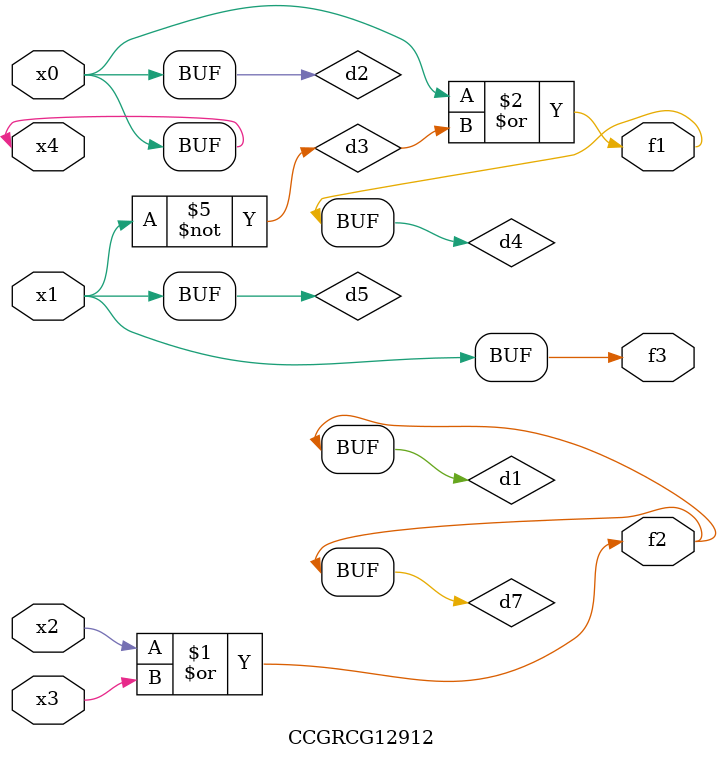
<source format=v>
module CCGRCG12912(
	input x0, x1, x2, x3, x4,
	output f1, f2, f3
);

	wire d1, d2, d3, d4, d5, d6, d7;

	or (d1, x2, x3);
	buf (d2, x0, x4);
	not (d3, x1);
	or (d4, d2, d3);
	not (d5, d3);
	nand (d6, d1, d3);
	or (d7, d1);
	assign f1 = d4;
	assign f2 = d7;
	assign f3 = d5;
endmodule

</source>
